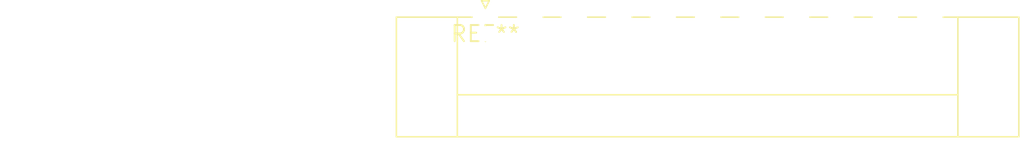
<source format=kicad_pcb>
(kicad_pcb (version 20240108) (generator pcbnew)
  (layers (0 "F.Cu" signal) (31 "B.Cu" signal) (34 "B.Paste" user) (35 "F.Paste" user) (36 "B.SilkS" user "B.Silkscreen") (37 "F.SilkS" user "F.Silkscreen") (38 "B.Mask" user) (39 "F.Mask" user) (44 "Edge.Cuts" user))
  (net 0 "")
  (footprint "PhoenixContact_MC_1,5_11-GF-3.5_1x11_P3.50mm_Horizontal_ThreadedFlange" (layer "F.Cu") (at 0 0)
    (property "Reference" "REF**")
    (property "Value" "PhoenixContact_MC_1,5_11-GF-3.5_1x11_P3.50mm_Horizontal_ThreadedFlange")
    (fp_line (start -7.01 -1.31) (end -7.01 8.11) (layer "F.SilkS") (stroke (width 0.12)))
    (fp_line (start -7.01 -1.31) (end -1.05 -1.31) (layer "F.SilkS") (stroke (width 0.12)))
    (fp_line (start -7.01 8.11) (end 42.01 8.11) (layer "F.SilkS") (stroke (width 0.12)))
    (fp_line (start -2.21 -1.31) (end -2.21 8.11) (layer "F.SilkS") (stroke (width 0.12)))
    (fp_line (start -2.21 4.8) (end 37.21 4.8) (layer "F.SilkS") (stroke (width 0.12)))
    (fp_line (start -0.3 -2.6) (end 0.3 -2.6) (layer "F.SilkS") (stroke (width 0.12)))
    (fp_line (start 0 -2) (end -0.3 -2.6) (layer "F.SilkS") (stroke (width 0.12)))
    (fp_line (start 0.3 -2.6) (end 0 -2) (layer "F.SilkS") (stroke (width 0.12)))
    (fp_line (start 1.05 -1.31) (end 2.45 -1.31) (layer "F.SilkS") (stroke (width 0.12)))
    (fp_line (start 4.55 -1.31) (end 5.95 -1.31) (layer "F.SilkS") (stroke (width 0.12)))
    (fp_line (start 8.05 -1.31) (end 9.45 -1.31) (layer "F.SilkS") (stroke (width 0.12)))
    (fp_line (start 11.55 -1.31) (end 12.95 -1.31) (layer "F.SilkS") (stroke (width 0.12)))
    (fp_line (start 15.05 -1.31) (end 16.45 -1.31) (layer "F.SilkS") (stroke (width 0.12)))
    (fp_line (start 18.55 -1.31) (end 19.95 -1.31) (layer "F.SilkS") (stroke (width 0.12)))
    (fp_line (start 22.05 -1.31) (end 23.45 -1.31) (layer "F.SilkS") (stroke (width 0.12)))
    (fp_line (start 25.55 -1.31) (end 26.95 -1.31) (layer "F.SilkS") (stroke (width 0.12)))
    (fp_line (start 29.05 -1.31) (end 30.45 -1.31) (layer "F.SilkS") (stroke (width 0.12)))
    (fp_line (start 32.55 -1.31) (end 33.95 -1.31) (layer "F.SilkS") (stroke (width 0.12)))
    (fp_line (start 37.21 -1.31) (end 37.21 8.11) (layer "F.SilkS") (stroke (width 0.12)))
    (fp_line (start 42.01 -1.31) (end 36.05 -1.31) (layer "F.SilkS") (stroke (width 0.12)))
    (fp_line (start 42.01 8.11) (end 42.01 -1.31) (layer "F.SilkS") (stroke (width 0.12)))
    (pad "1" thru_hole roundrect (at 0 0) (size 1.8 3.6) (drill 1.2) (layers *.Cu *.Mask) (remove_unused_layers) (roundrect_rratio 0.138889))
    (pad "2" thru_hole oval (at 3.5 0) (size 1.8 3.6) (drill 1.2) (layers *.Cu *.Mask) (remove_unused_layers))
    (pad "3" thru_hole oval (at 7 0) (size 1.8 3.6) (drill 1.2) (layers *.Cu *.Mask) (remove_unused_layers))
    (pad "4" thru_hole oval (at 10.5 0) (size 1.8 3.6) (drill 1.2) (layers *.Cu *.Mask) (remove_unused_layers))
    (pad "5" thru_hole oval (at 14 0) (size 1.8 3.6) (drill 1.2) (layers *.Cu *.Mask) (remove_unused_layers))
    (pad "6" thru_hole oval (at 17.5 0) (size 1.8 3.6) (drill 1.2) (layers *.Cu *.Mask) (remove_unused_layers))
    (pad "7" thru_hole oval (at 21 0) (size 1.8 3.6) (drill 1.2) (layers *.Cu *.Mask) (remove_unused_layers))
    (pad "8" thru_hole oval (at 24.5 0) (size 1.8 3.6) (drill 1.2) (layers *.Cu *.Mask) (remove_unused_layers))
    (pad "9" thru_hole oval (at 28 0) (size 1.8 3.6) (drill 1.2) (layers *.Cu *.Mask) (remove_unused_layers))
    (pad "10" thru_hole oval (at 31.5 0) (size 1.8 3.6) (drill 1.2) (layers *.Cu *.Mask) (remove_unused_layers))
    (pad "11" thru_hole oval (at 35 0) (size 1.8 3.6) (drill 1.2) (layers *.Cu *.Mask) (remove_unused_layers))
  )
)
</source>
